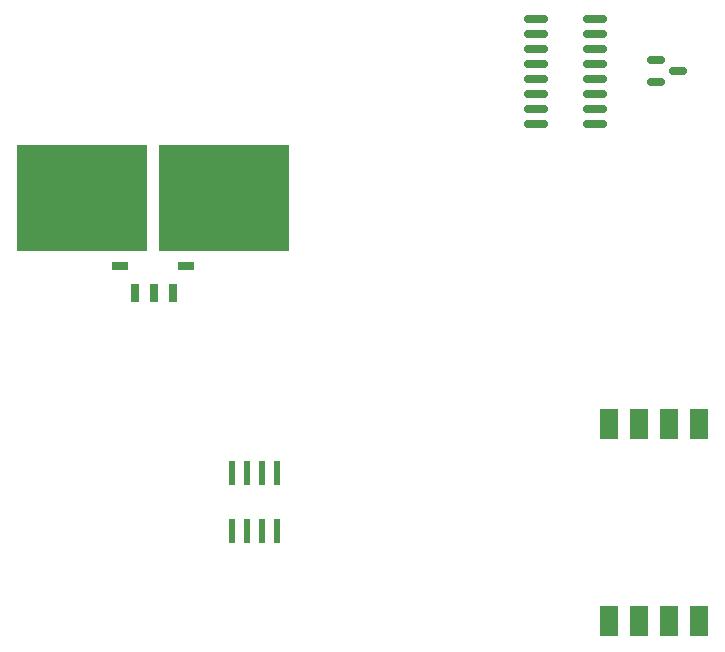
<source format=gbr>
%TF.GenerationSoftware,KiCad,Pcbnew,7.0.7*%
%TF.CreationDate,2023-12-14T17:45:07-06:00*%
%TF.ProjectId,test,74657374-2e6b-4696-9361-645f70636258,rev?*%
%TF.SameCoordinates,Original*%
%TF.FileFunction,Paste,Top*%
%TF.FilePolarity,Positive*%
%FSLAX46Y46*%
G04 Gerber Fmt 4.6, Leading zero omitted, Abs format (unit mm)*
G04 Created by KiCad (PCBNEW 7.0.7) date 2023-12-14 17:45:07*
%MOMM*%
%LPD*%
G01*
G04 APERTURE LIST*
G04 Aperture macros list*
%AMRoundRect*
0 Rectangle with rounded corners*
0 $1 Rounding radius*
0 $2 $3 $4 $5 $6 $7 $8 $9 X,Y pos of 4 corners*
0 Add a 4 corners polygon primitive as box body*
4,1,4,$2,$3,$4,$5,$6,$7,$8,$9,$2,$3,0*
0 Add four circle primitives for the rounded corners*
1,1,$1+$1,$2,$3*
1,1,$1+$1,$4,$5*
1,1,$1+$1,$6,$7*
1,1,$1+$1,$8,$9*
0 Add four rect primitives between the rounded corners*
20,1,$1+$1,$2,$3,$4,$5,0*
20,1,$1+$1,$4,$5,$6,$7,0*
20,1,$1+$1,$6,$7,$8,$9,0*
20,1,$1+$1,$8,$9,$2,$3,0*%
%AMFreePoly0*
4,1,5,5.500000,-4.500000,-5.500000,-4.500000,-5.500000,4.500000,5.500000,4.500000,5.500000,-4.500000,5.500000,-4.500000,$1*%
G04 Aperture macros list end*
%ADD10R,0.600000X2.000000*%
%ADD11FreePoly0,0.000000*%
%ADD12R,1.520000X2.540000*%
%ADD13RoundRect,0.187500X-0.187500X-0.612500X0.187500X-0.612500X0.187500X0.612500X-0.187500X0.612500X0*%
%ADD14RoundRect,0.187500X-0.512500X-0.187500X0.512500X-0.187500X0.512500X0.187500X-0.512500X0.187500X0*%
%ADD15RoundRect,0.425000X-0.475000X-0.425000X0.475000X-0.425000X0.475000X0.425000X-0.475000X0.425000X0*%
%ADD16RoundRect,0.150000X-0.587500X-0.150000X0.587500X-0.150000X0.587500X0.150000X-0.587500X0.150000X0*%
%ADD17RoundRect,0.150000X0.850000X0.150000X-0.850000X0.150000X-0.850000X-0.150000X0.850000X-0.150000X0*%
G04 APERTURE END LIST*
D10*
%TO.C,U1*%
X118745000Y-115448000D03*
X117475000Y-115448000D03*
X116205000Y-115448000D03*
X114935000Y-115448000D03*
X114935000Y-120348000D03*
X116205000Y-120348000D03*
X117475000Y-120348000D03*
X118745000Y-120348000D03*
%TD*%
D11*
%TO.C,J3*%
X102220000Y-92200000D03*
%TD*%
D12*
%TO.C,U4*%
X154432000Y-111252000D03*
X151892000Y-111252000D03*
X149352000Y-111252000D03*
X146812000Y-111252000D03*
X146812000Y-128012000D03*
X149352000Y-128012000D03*
X151892000Y-128012000D03*
X154432000Y-128012000D03*
%TD*%
D13*
%TO.C,U2*%
X106704000Y-100190000D03*
X108304000Y-100190000D03*
X109904000Y-100190000D03*
D14*
X111004000Y-97890000D03*
D15*
X109704000Y-95440000D03*
X106704000Y-95440000D03*
D14*
X105404000Y-97890000D03*
%TD*%
D16*
%TO.C,Q1*%
X150774396Y-80457000D03*
X150774396Y-82357000D03*
X152649396Y-81407000D03*
%TD*%
D17*
%TO.C,U3*%
X145654396Y-85852000D03*
X145654396Y-84582000D03*
X145654396Y-83312000D03*
X145654396Y-82042000D03*
X145654396Y-80772000D03*
X145654396Y-79502000D03*
X145654396Y-78232000D03*
X145654396Y-76962000D03*
X140654396Y-76962000D03*
X140654396Y-78232000D03*
X140654396Y-79502000D03*
X140654396Y-80772000D03*
X140654396Y-82042000D03*
X140654396Y-83312000D03*
X140654396Y-84582000D03*
X140654396Y-85852000D03*
%TD*%
D11*
%TO.C,J4*%
X114220000Y-92200000D03*
%TD*%
M02*

</source>
